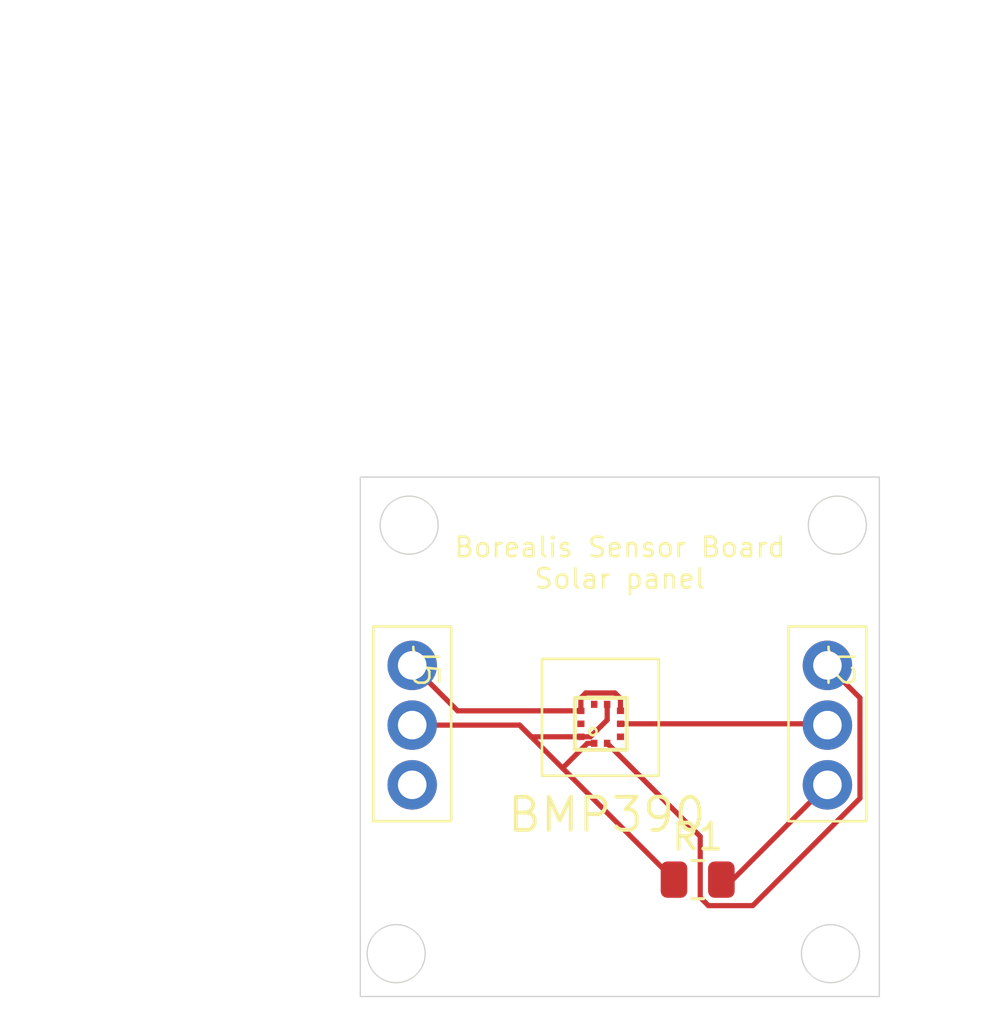
<source format=kicad_pcb>
(kicad_pcb (version 20241229) (generator "pcbnew") (generator_version "9.0")
  (layers (0 "F.Cu" signal) (2 "B.Cu" signal) (13 "F.Paste" user) (15 "B.Paste" user) (5 "F.SilkS" user "F.Silkscreen") (7 "B.SilkS" user "B.Silkscreen") (1 "F.Mask" user) (3 "B.Mask" user) (25 "Edge.Cuts" user))
  (net 0 "")
  (net 1 "+3.3V")
  (net 2 "/ADC")
  (net 3 "/SDA")
  (net 4 "/SCL")
  (net 5 "GND")
  (net 6 "+5V")
  (footprint "batteryholder:1x03 2.3 pitch" (layer "F.Cu") (at 142.5 51.25 -90)
    (property "Reference" "J5" (at 0 -0.5 270) (layer "F.SilkS") (effects (font (thickness 0.1))))
    (property "Value" "Conn_01x03_Pin (power connection to main board)")
    (fp_rect (start -1.5 -1.5) (end 6 1.5) (stroke (width 0.1)) (fill no) (layer "F.SilkS"))
    (pad "1" thru_hole circle (at 0 0 270) (size 1.905 1.905) (drill 1.1) (layers "*.Cu" "*.Mask") (net 5 "GND"))
    (pad "2" thru_hole circle (at 2.3 0 270) (size 1.905 1.905) (drill 1.1) (layers "*.Cu" "*.Mask") (net 1 "+3.3V"))
    (pad "3" thru_hole circle (at 4.6 0 270) (size 1.905 1.905) (drill 1.1) (layers "*.Cu" "*.Mask") (net 6 "+5V"))
  )
  (footprint "Adafruit BMP390:BMP388" (layer "F.Cu") (at 149.7625 53.5 180)
    (property "Reference" "BMP390" (at -0.2375 -3.5 0) (layer "F.SilkS") (effects (font (size 1.27 1.27))))
    (property "Value" "~")
    (fp_line (start 1 1) (end -1 1) (stroke (width 0.1524)) (layer "F.SilkS"))
    (fp_line (start 1 -1) (end 1 1) (stroke (width 0.1524)) (layer "F.SilkS"))
    (fp_line (start -1 1) (end -1 -1) (stroke (width 0.1524)) (layer "F.SilkS"))
    (fp_line (start -1 -1) (end 1 -1) (stroke (width 0.1524)) (layer "F.SilkS"))
    (fp_circle (center 0.3 -0.3) (end 0.441418 -0.3) (stroke (width 0.1016)) (fill no) (layer "F.SilkS"))
    (pad "1" smd rect (at 0.25 -0.75) (size 0.25 0.275) (layers "F.Cu" "F.Mask" "F.Paste") (net 1 "+3.3V"))
    (pad "2" smd rect (at -0.25 -0.75) (size 0.25 0.275) (layers "F.Cu" "F.Mask" "F.Paste") (net 4 "/SCL"))
    (pad "3" smd rect (at -0.7625 -0.5 270) (size 0.25 0.275) (layers "F.Cu" "F.Mask" "F.Paste"))
    (pad "4" smd rect (at -0.7625 0 270) (size 0.25 0.275) (layers "F.Cu" "F.Mask" "F.Paste") (net 3 "/SDA"))
    (pad "5" smd rect (at -0.7625 0.5 270) (size 0.25 0.275) (layers "F.Cu" "F.Mask" "F.Paste") (net 5 "GND"))
    (pad "6" smd rect (at -0.25 0.75) (size 0.25 0.275) (layers "F.Cu" "F.Mask" "F.Paste") (net 1 "+3.3V"))
    (pad "7" smd rect (at 0.25 0.75) (size 0.25 0.275) (layers "F.Cu" "F.Mask" "F.Paste"))
    (pad "8" smd rect (at 0.7625 0.5 270) (size 0.25 0.275) (layers "F.Cu" "F.Mask" "F.Paste") (net 5 "GND"))
    (pad "9" smd rect (at 0.7625 0 270) (size 0.25 0.275) (layers "F.Cu" "F.Mask" "F.Paste"))
    (pad "10" smd rect (at 0.7625 -0.5 270) (size 0.25 0.275) (layers "F.Cu" "F.Mask" "F.Paste") (net 1 "+3.3V"))
  )
  (footprint "batteryholder:1x03 2.3 pitch" (layer "F.Cu") (at 158.5 51.25 -90)
    (property "Reference" "J2" (at 0 -0.5 270) (layer "F.SilkS") (effects (font (thickness 0.1))))
    (property "Value" "Conn_01x03_Pin (data connection to main board)" (hide yes))
    (fp_rect (start -1.5 -1.5) (end 6 1.5) (stroke (width 0.1)) (fill no) (layer "F.SilkS"))
    (pad "1" thru_hole circle (at 0 0 270) (size 1.905 1.905) (drill 1.1) (layers "*.Cu" "*.Mask") (net 4 "/SCL"))
    (pad "2" thru_hole circle (at 2.3 0 270) (size 1.905 1.905) (drill 1.1) (layers "*.Cu" "*.Mask") (net 3 "/SDA"))
    (pad "3" thru_hole circle (at 4.6 0 270) (size 1.905 1.905) (drill 1.1) (layers "*.Cu" "*.Mask") (net 2 "/ADC"))
  )
  (footprint "Resistor_SMD:R_0805_2012Metric" (layer "F.Cu") (at 153.5 59.5)
    (property "Reference" "R1" (at 0 -1.65 0) (layer "F.SilkS"))
    (property "Value" "R")
    (fp_line (start -0.227064 -0.735) (end 0.227064 -0.735) (stroke (width 0.12)) (layer "F.SilkS"))
    (fp_line (start -0.227064 0.735) (end 0.227064 0.735) (stroke (width 0.12)) (layer "F.SilkS"))
    (pad "1" smd roundrect (at -0.9125 0) (size 1.025 1.4) (layers "F.Cu" "F.Mask" "F.Paste") (roundrect_rratio 0.243902) (net 1 "+3.3V"))
    (pad "2" smd roundrect (at 0.9125 0) (size 1.025 1.4) (layers "F.Cu" "F.Mask" "F.Paste") (roundrect_rratio 0.243902) (net 2 "/ADC"))
  )
  (gr_rect (start 147.5 51) (end 152 55.5) (stroke (width 0.1)) (fill no) (layer "F.SilkS"))
  (gr_circle (center 158.881966 45.85) (end 159.881966 46.35) (stroke (width 0.05)) (fill no) (layer "Edge.Cuts"))
  (gr_circle (center 142.381966 45.85) (end 143.381966 46.35) (stroke (width 0.05)) (fill no) (layer "Edge.Cuts"))
  (gr_circle (center 141.881966 62.35) (end 142.881966 62.85) (stroke (width 0.05)) (fill no) (layer "Edge.Cuts"))
  (gr_circle (center 158.618034 62.35) (end 159.618034 62.85) (stroke (width 0.05)) (fill no) (layer "Edge.Cuts"))
  (gr_rect (start 140.5 44) (end 160.5 64) (stroke (width 0.05)) (fill no) (layer "Edge.Cuts"))
  (gr_text "Borealis Sensor Board\nSolar panel" (at 150.5 48.35 0) (layer "F.SilkS") (effects (font (size 0.75 0.75) (thickness 0.1)) (justify bottom)))
  (segment (start 146.6375 53.55) (end 147.0875 54) (width 0.2) (layer "F.Cu") (net 1))
  (segment (start 142.5 53.55) (end 146.6375 53.55) (width 0.2) (layer "F.Cu") (net 1))
  (segment (start 150.0125 53.352) (end 149.3645 54) (width 0.2) (layer "F.Cu") (net 1))
  (segment (start 147.0875 54) (end 149 54) (width 0.2) (layer "F.Cu") (net 1))
  (segment (start 149.5125 54.25) (end 149.25 54.25) (width 0.2) (layer "F.Cu") (net 1))
  (segment (start 150.0125 52.75) (end 150.0125 53.352) (width 0.2) (layer "F.Cu") (net 1))
  (segment (start 148.29375 55.20625) (end 152.5875 59.5) (width 0.2) (layer "F.Cu") (net 1))
  (segment (start 149.25 54.25) (end 148.29375 55.20625) (width 0.2) (layer "F.Cu") (net 1))
  (segment (start 146.6375 53.55) (end 148.29375 55.20625) (width 0.2) (layer "F.Cu") (net 1))
  (segment (start 149.3645 54) (end 149 54) (width 0.2) (layer "F.Cu") (net 1))
  (segment (start 154.85 59.5) (end 154.4125 59.5) (width 0.2) (layer "F.Cu") (net 2))
  (segment (start 158.5 55.85) (end 154.85 59.5) (width 0.2) (layer "F.Cu") (net 2))
  (segment (start 150.525 53.5) (end 158.45 53.5) (width 0.2) (layer "F.Cu") (net 3))
  (segment (start 158.45 53.5) (end 158.5 53.55) (width 0.2) (layer "F.Cu") (net 3))
  (segment (start 155.621717 60.501) (end 159.7535 56.369217) (width 0.2) (layer "F.Cu") (net 4))
  (segment (start 153.599 60.18516) (end 153.91484 60.501) (width 0.2) (layer "F.Cu") (net 4))
  (segment (start 153.91484 60.501) (end 155.621717 60.501) (width 0.2) (layer "F.Cu") (net 4))
  (segment (start 150.0125 54.25) (end 153.599 57.8365) (width 0.2) (layer "F.Cu") (net 4))
  (segment (start 153.599 57.8365) (end 153.599 60.18516) (width 0.2) (layer "F.Cu") (net 4))
  (segment (start 159.7535 56.369217) (end 159.7535 52.5035) (width 0.2) (layer "F.Cu") (net 4))
  (segment (start 159.7535 52.5035) (end 158.5 51.25) (width 0.2) (layer "F.Cu") (net 4))
  (segment (start 144.25 53) (end 142.5 51.25) (width 0.2) (layer "F.Cu") (net 5))
  (segment (start 149 53) (end 149 52.5) (width 0.2) (layer "F.Cu") (net 5))
  (segment (start 150.525 52.525) (end 150.525 53) (width 0.2) (layer "F.Cu") (net 5))
  (segment (start 150.3115 52.3115) (end 150.525 52.525) (width 0.2) (layer "F.Cu") (net 5))
  (segment (start 149 52.5) (end 149.1885 52.3115) (width 0.2) (layer "F.Cu") (net 5))
  (segment (start 149 53) (end 144.25 53) (width 0.2) (layer "F.Cu") (net 5))
  (segment (start 149.1885 52.3115) (end 150.3115 52.3115) (width 0.2) (layer "F.Cu") (net 5))
)
</source>
